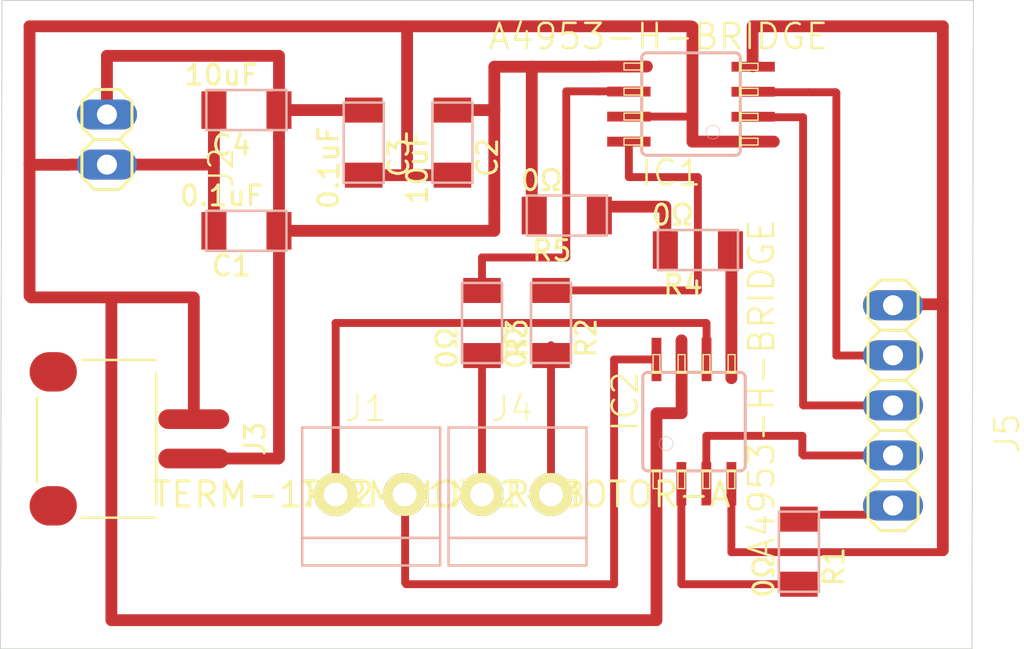
<source format=kicad_pcb>
(kicad_pcb (version 20171130) (host pcbnew "(5.1.5-0-10_14)")

  (general
    (thickness 1.6)
    (drawings 4)
    (tracks 121)
    (zones 0)
    (modules 16)
    (nets 17)
  )

  (page A4)
  (layers
    (0 F.Cu signal)
    (31 B.Cu signal)
    (32 B.Adhes user)
    (33 F.Adhes user)
    (34 B.Paste user)
    (35 F.Paste user)
    (36 B.SilkS user)
    (37 F.SilkS user)
    (38 B.Mask user)
    (39 F.Mask user)
    (40 Dwgs.User user)
    (41 Cmts.User user)
    (42 Eco1.User user)
    (43 Eco2.User user)
    (44 Edge.Cuts user)
    (45 Margin user)
    (46 B.CrtYd user)
    (47 F.CrtYd user)
    (48 B.Fab user)
    (49 F.Fab user hide)
  )

  (setup
    (last_trace_width 0.4)
    (trace_clearance 0.3)
    (zone_clearance 0.508)
    (zone_45_only no)
    (trace_min 0.2)
    (via_size 0.6)
    (via_drill 0.4)
    (via_min_size 0.4)
    (via_min_drill 0.3)
    (uvia_size 0.3)
    (uvia_drill 0.1)
    (uvias_allowed no)
    (uvia_min_size 0.2)
    (uvia_min_drill 0.1)
    (edge_width 0.05)
    (segment_width 0.2)
    (pcb_text_width 0.3)
    (pcb_text_size 1.5 1.5)
    (mod_edge_width 0.12)
    (mod_text_size 1 1)
    (mod_text_width 0.15)
    (pad_size 1.524 1.524)
    (pad_drill 0.762)
    (pad_to_mask_clearance 0.051)
    (solder_mask_min_width 0.25)
    (aux_axis_origin 0 0)
    (visible_elements FFFFFF7F)
    (pcbplotparams
      (layerselection 0x010fc_ffffffff)
      (usegerberextensions false)
      (usegerberattributes false)
      (usegerberadvancedattributes false)
      (creategerberjobfile false)
      (excludeedgelayer true)
      (linewidth 0.100000)
      (plotframeref false)
      (viasonmask false)
      (mode 1)
      (useauxorigin false)
      (hpglpennumber 1)
      (hpglpenspeed 20)
      (hpglpendiameter 15.000000)
      (psnegative false)
      (psa4output false)
      (plotreference true)
      (plotvalue true)
      (plotinvisibletext false)
      (padsonsilk false)
      (subtractmaskfromsilk false)
      (outputformat 1)
      (mirror false)
      (drillshape 1)
      (scaleselection 1)
      (outputdirectory ""))
  )

  (net 0 "")
  (net 1 3V3)
  (net 2 GND)
  (net 3 IN1A)
  (net 4 IN2A)
  (net 5 IN1B)
  (net 6 IN2B)
  (net 7 VIN)
  (net 8 OUT1A)
  (net 9 OUT2A)
  (net 10 OUT2B)
  (net 11 OUT1B)
  (net 12 "Net-(J5-Pad5)")
  (net 13 "Net-(IC1-Pad6)")
  (net 14 "Net-(IC1-Pad8)")
  (net 15 "Net-(R4-Pad2)")
  (net 16 "Net-(IC2-Pad5)")

  (net_class Default "This is the default net class."
    (clearance 0.3)
    (trace_width 0.4)
    (via_dia 0.6)
    (via_drill 0.4)
    (uvia_dia 0.3)
    (uvia_drill 0.1)
    (diff_pair_width 0.4)
    (diff_pair_gap 0.25)
    (add_net 3V3)
    (add_net GND)
    (add_net IN1A)
    (add_net IN1B)
    (add_net IN2A)
    (add_net IN2B)
    (add_net "Net-(IC1-Pad6)")
    (add_net "Net-(IC1-Pad8)")
    (add_net "Net-(IC2-Pad5)")
    (add_net "Net-(J5-Pad5)")
    (add_net "Net-(R4-Pad2)")
    (add_net OUT1A)
    (add_net OUT1B)
    (add_net OUT2A)
    (add_net OUT2B)
    (add_net VIN)
  )

  (module fab-C1206FAB (layer F.Cu) (tedit 200000) (tstamp 5F060318)
    (at 152.101 63.5 180)
    (path /5F0655F9)
    (attr smd)
    (fp_text reference C1 (at 0.762 -1.778) (layer F.SilkS)
      (effects (font (size 1.016 1.016) (thickness 0.1524)))
    )
    (fp_text value 0.1uF (at 1.27 1.778) (layer F.SilkS)
      (effects (font (size 1.016 1.016) (thickness 0.1524)))
    )
    (fp_line (start -2.032 -1.016) (end 2.032 -1.016) (layer B.SilkS) (width 0.127))
    (fp_line (start 2.032 -1.016) (end 2.032 1.016) (layer B.SilkS) (width 0.127))
    (fp_line (start 2.032 1.016) (end -2.032 1.016) (layer B.SilkS) (width 0.127))
    (fp_line (start -2.032 1.016) (end -2.032 -1.016) (layer B.SilkS) (width 0.127))
    (pad 1 smd rect (at -1.651 0 180) (size 1.27 1.905) (layers F.Cu F.Paste F.Mask)
      (net 7 VIN))
    (pad 2 smd rect (at 1.651 0 180) (size 1.27 1.905) (layers F.Cu F.Paste F.Mask)
      (net 2 GND))
    (model ${KISYS3DMOD}/Capacitor_SMD.3dshapes/C_1206_3216Metric.step
      (at (xyz 0 0 0))
      (scale (xyz 1 1 1))
      (rotate (xyz 0 0 0))
    )
  )

  (module fab-C1206FAB (layer F.Cu) (tedit 200000) (tstamp 5F060322)
    (at 162.55 59.026 270)
    (path /5F03C14B)
    (attr smd)
    (fp_text reference C2 (at 0.762 -1.778 90) (layer F.SilkS)
      (effects (font (size 1.016 1.016) (thickness 0.1524)))
    )
    (fp_text value 10uF (at 1.27 1.778 90) (layer F.SilkS)
      (effects (font (size 1.016 1.016) (thickness 0.1524)))
    )
    (fp_line (start -2.032 -1.016) (end 2.032 -1.016) (layer B.SilkS) (width 0.127))
    (fp_line (start 2.032 -1.016) (end 2.032 1.016) (layer B.SilkS) (width 0.127))
    (fp_line (start 2.032 1.016) (end -2.032 1.016) (layer B.SilkS) (width 0.127))
    (fp_line (start -2.032 1.016) (end -2.032 -1.016) (layer B.SilkS) (width 0.127))
    (pad 1 smd rect (at -1.651 0 270) (size 1.27 1.905) (layers F.Cu F.Paste F.Mask)
      (net 7 VIN))
    (pad 2 smd rect (at 1.651 0 270) (size 1.27 1.905) (layers F.Cu F.Paste F.Mask)
      (net 2 GND))
    (model ${KISYS3DMOD}/Capacitor_SMD.3dshapes/C_1206_3216Metric.step
      (at (xyz 0 0 0))
      (scale (xyz 1 1 1))
      (rotate (xyz 0 0 0))
    )
  )

  (module fab-C1206FAB (layer F.Cu) (tedit 200000) (tstamp 5F06032C)
    (at 158.05 59.026 270)
    (path /5F03B581)
    (attr smd)
    (fp_text reference C3 (at 0.762 -1.778 90) (layer F.SilkS)
      (effects (font (size 1.016 1.016) (thickness 0.1524)))
    )
    (fp_text value 0.1uF (at 1.27 1.778 90) (layer F.SilkS)
      (effects (font (size 1.016 1.016) (thickness 0.1524)))
    )
    (fp_line (start -2.032 1.016) (end -2.032 -1.016) (layer B.SilkS) (width 0.127))
    (fp_line (start 2.032 1.016) (end -2.032 1.016) (layer B.SilkS) (width 0.127))
    (fp_line (start 2.032 -1.016) (end 2.032 1.016) (layer B.SilkS) (width 0.127))
    (fp_line (start -2.032 -1.016) (end 2.032 -1.016) (layer B.SilkS) (width 0.127))
    (pad 2 smd rect (at 1.651 0 270) (size 1.27 1.905) (layers F.Cu F.Paste F.Mask)
      (net 2 GND))
    (pad 1 smd rect (at -1.651 0 270) (size 1.27 1.905) (layers F.Cu F.Paste F.Mask)
      (net 7 VIN))
    (model ${KISYS3DMOD}/Capacitor_SMD.3dshapes/C_1206_3216Metric.step
      (at (xyz 0 0 0))
      (scale (xyz 1 1 1))
      (rotate (xyz 0 0 0))
    )
  )

  (module fab-C1206FAB (layer F.Cu) (tedit 200000) (tstamp 5F060336)
    (at 152.101 57.375 180)
    (path /5F03CA06)
    (attr smd)
    (fp_text reference C4 (at 0.762 -1.778) (layer F.SilkS)
      (effects (font (size 1.016 1.016) (thickness 0.1524)))
    )
    (fp_text value 10uF (at 1.27 1.778) (layer F.SilkS)
      (effects (font (size 1.016 1.016) (thickness 0.1524)))
    )
    (fp_line (start -2.032 1.016) (end -2.032 -1.016) (layer B.SilkS) (width 0.127))
    (fp_line (start 2.032 1.016) (end -2.032 1.016) (layer B.SilkS) (width 0.127))
    (fp_line (start 2.032 -1.016) (end 2.032 1.016) (layer B.SilkS) (width 0.127))
    (fp_line (start -2.032 -1.016) (end 2.032 -1.016) (layer B.SilkS) (width 0.127))
    (pad 2 smd rect (at 1.651 0 180) (size 1.27 1.905) (layers F.Cu F.Paste F.Mask)
      (net 2 GND))
    (pad 1 smd rect (at -1.651 0 180) (size 1.27 1.905) (layers F.Cu F.Paste F.Mask)
      (net 7 VIN))
    (model ${KISYS3DMOD}/Capacitor_SMD.3dshapes/C_1206_3216Metric.step
      (at (xyz 0 0 0))
      (scale (xyz 1 1 1))
      (rotate (xyz 0 0 0))
    )
  )

  (module fab-SOIC8 (layer F.Cu) (tedit 200000) (tstamp 5F060375)
    (at 174.65214 57.07 90)
    (descr "WIDE PLASTIC GULL WING SMALL OUTLINE PACKAGE")
    (tags "WIDE PLASTIC GULL WING SMALL OUTLINE PACKAGE")
    (path /5F058977)
    (attr smd)
    (fp_text reference IC1 (at -3.4925 -1.016) (layer F.SilkS)
      (effects (font (size 1.27 1.27) (thickness 0.127)))
    )
    (fp_text value A4953-H-BRIDGE (at 3.429 -1.651) (layer F.SilkS)
      (effects (font (size 1.27 1.27) (thickness 0.127)))
    )
    (fp_line (start -2.07772 -2.49936) (end -1.72974 -2.49936) (layer F.SilkS) (width 0.06604))
    (fp_line (start -1.72974 -2.49936) (end -1.72974 -3.39852) (layer F.SilkS) (width 0.06604))
    (fp_line (start -2.07772 -3.39852) (end -1.72974 -3.39852) (layer F.SilkS) (width 0.06604))
    (fp_line (start -2.07772 -2.49936) (end -2.07772 -3.39852) (layer F.SilkS) (width 0.06604))
    (fp_line (start -0.80772 -2.49936) (end -0.45974 -2.49936) (layer F.SilkS) (width 0.06604))
    (fp_line (start -0.45974 -2.49936) (end -0.45974 -3.39852) (layer F.SilkS) (width 0.06604))
    (fp_line (start -0.80772 -3.39852) (end -0.45974 -3.39852) (layer F.SilkS) (width 0.06604))
    (fp_line (start -0.80772 -2.49936) (end -0.80772 -3.39852) (layer F.SilkS) (width 0.06604))
    (fp_line (start 0.45974 -2.49936) (end 0.80772 -2.49936) (layer F.SilkS) (width 0.06604))
    (fp_line (start 0.80772 -2.49936) (end 0.80772 -3.39852) (layer F.SilkS) (width 0.06604))
    (fp_line (start 0.45974 -3.39852) (end 0.80772 -3.39852) (layer F.SilkS) (width 0.06604))
    (fp_line (start 0.45974 -2.49936) (end 0.45974 -3.39852) (layer F.SilkS) (width 0.06604))
    (fp_line (start 1.72974 -2.49936) (end 2.07772 -2.49936) (layer F.SilkS) (width 0.06604))
    (fp_line (start 2.07772 -2.49936) (end 2.07772 -3.39852) (layer F.SilkS) (width 0.06604))
    (fp_line (start 1.72974 -3.39852) (end 2.07772 -3.39852) (layer F.SilkS) (width 0.06604))
    (fp_line (start 1.72974 -2.49936) (end 1.72974 -3.39852) (layer F.SilkS) (width 0.06604))
    (fp_line (start 1.71958 3.39852) (end 2.06756 3.39852) (layer F.SilkS) (width 0.06604))
    (fp_line (start 2.06756 3.39852) (end 2.06756 2.49936) (layer F.SilkS) (width 0.06604))
    (fp_line (start 1.71958 2.49936) (end 2.06756 2.49936) (layer F.SilkS) (width 0.06604))
    (fp_line (start 1.71958 3.39852) (end 1.71958 2.49936) (layer F.SilkS) (width 0.06604))
    (fp_line (start 0.44958 3.39852) (end 0.79756 3.39852) (layer F.SilkS) (width 0.06604))
    (fp_line (start 0.79756 3.39852) (end 0.79756 2.49936) (layer F.SilkS) (width 0.06604))
    (fp_line (start 0.44958 2.49936) (end 0.79756 2.49936) (layer F.SilkS) (width 0.06604))
    (fp_line (start 0.44958 3.39852) (end 0.44958 2.49936) (layer F.SilkS) (width 0.06604))
    (fp_line (start -0.81788 3.39852) (end -0.4699 3.39852) (layer F.SilkS) (width 0.06604))
    (fp_line (start -0.4699 3.39852) (end -0.4699 2.49936) (layer F.SilkS) (width 0.06604))
    (fp_line (start -0.81788 2.49936) (end -0.4699 2.49936) (layer F.SilkS) (width 0.06604))
    (fp_line (start -0.81788 3.39852) (end -0.81788 2.49936) (layer F.SilkS) (width 0.06604))
    (fp_line (start -2.07772 3.39852) (end -1.72974 3.39852) (layer F.SilkS) (width 0.06604))
    (fp_line (start -1.72974 3.39852) (end -1.72974 2.49936) (layer F.SilkS) (width 0.06604))
    (fp_line (start -2.07772 2.49936) (end -1.72974 2.49936) (layer F.SilkS) (width 0.06604))
    (fp_line (start -2.07772 3.39852) (end -2.07772 2.49936) (layer F.SilkS) (width 0.06604))
    (fp_line (start 2.35966 2.49936) (end -2.33934 2.49936) (layer F.SilkS) (width 0.1524))
    (fp_line (start -2.33934 -2.49936) (end 2.35966 -2.49936) (layer F.SilkS) (width 0.1524))
    (fp_line (start -2.2098 -2.49936) (end -2.33934 -2.49936) (layer B.SilkS) (width 0.1524))
    (fp_line (start -1.5875 -2.49936) (end -0.94996 -2.49936) (layer B.SilkS) (width 0.1524))
    (fp_line (start -0.3175 -2.49936) (end 0.3175 -2.49936) (layer B.SilkS) (width 0.1524))
    (fp_line (start 0.94996 -2.49936) (end 1.5875 -2.49936) (layer B.SilkS) (width 0.1524))
    (fp_line (start 2.2098 -2.49936) (end 2.35966 -2.49936) (layer B.SilkS) (width 0.1524))
    (fp_line (start 2.19964 2.49936) (end 2.32918 2.49936) (layer B.SilkS) (width 0.1524))
    (fp_line (start 1.5875 2.49936) (end 0.9398 2.49936) (layer B.SilkS) (width 0.1524))
    (fp_line (start 0.3175 2.49936) (end -0.32766 2.49936) (layer B.SilkS) (width 0.1524))
    (fp_line (start -0.94996 2.49936) (end -1.5875 2.49936) (layer B.SilkS) (width 0.1524))
    (fp_line (start -2.2098 2.49936) (end -2.33934 2.49936) (layer B.SilkS) (width 0.1524))
    (fp_line (start -2.59842 -2.2479) (end -2.59842 2.23774) (layer B.SilkS) (width 0.1524))
    (fp_line (start 2.59842 2.2479) (end 2.59842 -2.2479) (layer B.SilkS) (width 0.1524))
    (fp_circle (center -1.41986 1.11252) (end -1.66878 1.36144) (layer B.SilkS) (width 0.0254))
    (fp_arc (start -2.3495 -2.2479) (end -2.59842 -2.2479) (angle 90) (layer B.SilkS) (width 0.1524))
    (fp_arc (start 2.3495 -2.2479) (end 2.3495 -2.49936) (angle 90) (layer B.SilkS) (width 0.1524))
    (fp_arc (start 2.3495 2.2479) (end 2.59842 2.2479) (angle 90) (layer B.SilkS) (width 0.1524))
    (fp_arc (start -2.3495 2.2479) (end -2.3495 2.49936) (angle 90) (layer B.SilkS) (width 0.1524))
    (pad 1 smd rect (at -1.905 3.15214 90) (size 0.49784 2.19964) (layers F.Cu F.Paste F.Mask)
      (net 2 GND))
    (pad 2 smd rect (at -0.64262 3.15214 90) (size 0.49784 2.19964) (layers F.Cu F.Paste F.Mask)
      (net 4 IN2A))
    (pad 3 smd rect (at 0.62484 3.15214 90) (size 0.49784 2.19964) (layers F.Cu F.Paste F.Mask)
      (net 3 IN1A))
    (pad 4 smd rect (at 1.89484 3.15214 90) (size 0.49784 2.19964) (layers F.Cu F.Paste F.Mask)
      (net 1 3V3))
    (pad 5 smd rect (at 1.905 -3.15214 90) (size 0.49784 2.19964) (layers F.Cu F.Paste F.Mask)
      (net 7 VIN))
    (pad 6 smd rect (at 0.635 -3.15214 90) (size 0.49784 2.19964) (layers F.Cu F.Paste F.Mask)
      (net 13 "Net-(IC1-Pad6)"))
    (pad 7 smd rect (at -0.635 -3.15214 90) (size 0.49784 2.19964) (layers F.Cu F.Paste F.Mask)
      (net 2 GND))
    (pad 8 smd rect (at -1.905 -3.15214 90) (size 0.49784 2.19964) (layers F.Cu F.Paste F.Mask)
      (net 14 "Net-(IC1-Pad8)"))
    (model ${KISYS3DMOD}/Package_SO.3dshapes/SSO-8_13.6x6.3mm_P1.27mm_Clearance14.2mm.wrl
      (at (xyz 0 0 0))
      (scale (xyz 0.5 0.9 0.8))
      (rotate (xyz 0 0 90))
    )
  )

  (module fab-SOIC8 (layer F.Cu) (tedit 200000) (tstamp 5F0603B4)
    (at 174.805 73.17714)
    (descr "WIDE PLASTIC GULL WING SMALL OUTLINE PACKAGE")
    (tags "WIDE PLASTIC GULL WING SMALL OUTLINE PACKAGE")
    (path /5F0583B6)
    (attr smd)
    (fp_text reference IC2 (at -3.4925 -1.016 90) (layer F.SilkS)
      (effects (font (size 1.27 1.27) (thickness 0.127)))
    )
    (fp_text value A4953-H-BRIDGE (at 3.429 -1.651 90) (layer F.SilkS)
      (effects (font (size 1.27 1.27) (thickness 0.127)))
    )
    (fp_arc (start -2.3495 2.2479) (end -2.3495 2.49936) (angle 90) (layer B.SilkS) (width 0.1524))
    (fp_arc (start 2.3495 2.2479) (end 2.59842 2.2479) (angle 90) (layer B.SilkS) (width 0.1524))
    (fp_arc (start 2.3495 -2.2479) (end 2.3495 -2.49936) (angle 90) (layer B.SilkS) (width 0.1524))
    (fp_arc (start -2.3495 -2.2479) (end -2.59842 -2.2479) (angle 90) (layer B.SilkS) (width 0.1524))
    (fp_circle (center -1.41986 1.11252) (end -1.66878 1.36144) (layer B.SilkS) (width 0.0254))
    (fp_line (start 2.59842 2.2479) (end 2.59842 -2.2479) (layer B.SilkS) (width 0.1524))
    (fp_line (start -2.59842 -2.2479) (end -2.59842 2.23774) (layer B.SilkS) (width 0.1524))
    (fp_line (start -2.2098 2.49936) (end -2.33934 2.49936) (layer B.SilkS) (width 0.1524))
    (fp_line (start -0.94996 2.49936) (end -1.5875 2.49936) (layer B.SilkS) (width 0.1524))
    (fp_line (start 0.3175 2.49936) (end -0.32766 2.49936) (layer B.SilkS) (width 0.1524))
    (fp_line (start 1.5875 2.49936) (end 0.9398 2.49936) (layer B.SilkS) (width 0.1524))
    (fp_line (start 2.19964 2.49936) (end 2.32918 2.49936) (layer B.SilkS) (width 0.1524))
    (fp_line (start 2.2098 -2.49936) (end 2.35966 -2.49936) (layer B.SilkS) (width 0.1524))
    (fp_line (start 0.94996 -2.49936) (end 1.5875 -2.49936) (layer B.SilkS) (width 0.1524))
    (fp_line (start -0.3175 -2.49936) (end 0.3175 -2.49936) (layer B.SilkS) (width 0.1524))
    (fp_line (start -1.5875 -2.49936) (end -0.94996 -2.49936) (layer B.SilkS) (width 0.1524))
    (fp_line (start -2.2098 -2.49936) (end -2.33934 -2.49936) (layer B.SilkS) (width 0.1524))
    (fp_line (start -2.33934 -2.49936) (end 2.35966 -2.49936) (layer F.SilkS) (width 0.1524))
    (fp_line (start 2.35966 2.49936) (end -2.33934 2.49936) (layer F.SilkS) (width 0.1524))
    (fp_line (start -2.07772 3.39852) (end -2.07772 2.49936) (layer F.SilkS) (width 0.06604))
    (fp_line (start -2.07772 2.49936) (end -1.72974 2.49936) (layer F.SilkS) (width 0.06604))
    (fp_line (start -1.72974 3.39852) (end -1.72974 2.49936) (layer F.SilkS) (width 0.06604))
    (fp_line (start -2.07772 3.39852) (end -1.72974 3.39852) (layer F.SilkS) (width 0.06604))
    (fp_line (start -0.81788 3.39852) (end -0.81788 2.49936) (layer F.SilkS) (width 0.06604))
    (fp_line (start -0.81788 2.49936) (end -0.4699 2.49936) (layer F.SilkS) (width 0.06604))
    (fp_line (start -0.4699 3.39852) (end -0.4699 2.49936) (layer F.SilkS) (width 0.06604))
    (fp_line (start -0.81788 3.39852) (end -0.4699 3.39852) (layer F.SilkS) (width 0.06604))
    (fp_line (start 0.44958 3.39852) (end 0.44958 2.49936) (layer F.SilkS) (width 0.06604))
    (fp_line (start 0.44958 2.49936) (end 0.79756 2.49936) (layer F.SilkS) (width 0.06604))
    (fp_line (start 0.79756 3.39852) (end 0.79756 2.49936) (layer F.SilkS) (width 0.06604))
    (fp_line (start 0.44958 3.39852) (end 0.79756 3.39852) (layer F.SilkS) (width 0.06604))
    (fp_line (start 1.71958 3.39852) (end 1.71958 2.49936) (layer F.SilkS) (width 0.06604))
    (fp_line (start 1.71958 2.49936) (end 2.06756 2.49936) (layer F.SilkS) (width 0.06604))
    (fp_line (start 2.06756 3.39852) (end 2.06756 2.49936) (layer F.SilkS) (width 0.06604))
    (fp_line (start 1.71958 3.39852) (end 2.06756 3.39852) (layer F.SilkS) (width 0.06604))
    (fp_line (start 1.72974 -2.49936) (end 1.72974 -3.39852) (layer F.SilkS) (width 0.06604))
    (fp_line (start 1.72974 -3.39852) (end 2.07772 -3.39852) (layer F.SilkS) (width 0.06604))
    (fp_line (start 2.07772 -2.49936) (end 2.07772 -3.39852) (layer F.SilkS) (width 0.06604))
    (fp_line (start 1.72974 -2.49936) (end 2.07772 -2.49936) (layer F.SilkS) (width 0.06604))
    (fp_line (start 0.45974 -2.49936) (end 0.45974 -3.39852) (layer F.SilkS) (width 0.06604))
    (fp_line (start 0.45974 -3.39852) (end 0.80772 -3.39852) (layer F.SilkS) (width 0.06604))
    (fp_line (start 0.80772 -2.49936) (end 0.80772 -3.39852) (layer F.SilkS) (width 0.06604))
    (fp_line (start 0.45974 -2.49936) (end 0.80772 -2.49936) (layer F.SilkS) (width 0.06604))
    (fp_line (start -0.80772 -2.49936) (end -0.80772 -3.39852) (layer F.SilkS) (width 0.06604))
    (fp_line (start -0.80772 -3.39852) (end -0.45974 -3.39852) (layer F.SilkS) (width 0.06604))
    (fp_line (start -0.45974 -2.49936) (end -0.45974 -3.39852) (layer F.SilkS) (width 0.06604))
    (fp_line (start -0.80772 -2.49936) (end -0.45974 -2.49936) (layer F.SilkS) (width 0.06604))
    (fp_line (start -2.07772 -2.49936) (end -2.07772 -3.39852) (layer F.SilkS) (width 0.06604))
    (fp_line (start -2.07772 -3.39852) (end -1.72974 -3.39852) (layer F.SilkS) (width 0.06604))
    (fp_line (start -1.72974 -2.49936) (end -1.72974 -3.39852) (layer F.SilkS) (width 0.06604))
    (fp_line (start -2.07772 -2.49936) (end -1.72974 -2.49936) (layer F.SilkS) (width 0.06604))
    (pad 8 smd rect (at -1.905 -3.15214) (size 0.49784 2.19964) (layers F.Cu F.Paste F.Mask)
      (net 10 OUT2B))
    (pad 7 smd rect (at -0.635 -3.15214) (size 0.49784 2.19964) (layers F.Cu F.Paste F.Mask)
      (net 2 GND))
    (pad 6 smd rect (at 0.635 -3.15214) (size 0.49784 2.19964) (layers F.Cu F.Paste F.Mask)
      (net 11 OUT1B))
    (pad 5 smd rect (at 1.905 -3.15214) (size 0.49784 2.19964) (layers F.Cu F.Paste F.Mask)
      (net 16 "Net-(IC2-Pad5)"))
    (pad 4 smd rect (at 1.89484 3.15214) (size 0.49784 2.19964) (layers F.Cu F.Paste F.Mask)
      (net 1 3V3))
    (pad 3 smd rect (at 0.62484 3.15214) (size 0.49784 2.19964) (layers F.Cu F.Paste F.Mask)
      (net 5 IN1B))
    (pad 2 smd rect (at -0.64262 3.15214) (size 0.49784 2.19964) (layers F.Cu F.Paste F.Mask)
      (net 6 IN2B))
    (pad 1 smd rect (at -1.905 3.15214) (size 0.49784 2.19964) (layers F.Cu F.Paste F.Mask)
      (net 2 GND))
    (model ${KISYS3DMOD}/Package_SO.3dshapes/SSO-8_13.6x6.3mm_P1.27mm_Clearance14.2mm.wrl
      (at (xyz 0 0 0))
      (scale (xyz 0.5 0.9 0.8))
      (rotate (xyz 0 0 90))
    )
  )

  (module fab-ED555DS-2DS (layer F.Cu) (tedit 200000) (tstamp 5F0603C1)
    (at 158.32668 76.875)
    (path /5F04B966)
    (attr virtual)
    (fp_text reference J1 (at -0.17272 -4.36372 180) (layer F.SilkS)
      (effects (font (size 1.27 1.27) (thickness 0.1016)))
    )
    (fp_text value TERM-1X02-MOTOR-B (at 0 0) (layer F.SilkS)
      (effects (font (size 1.27 1.27) (thickness 0.15)))
    )
    (fp_line (start -3.39852 -3.39852) (end -3.39852 2.19964) (layer B.SilkS) (width 0.127))
    (fp_line (start -3.39852 2.19964) (end -3.39852 3.59918) (layer B.SilkS) (width 0.127))
    (fp_line (start -3.39852 3.59918) (end 3.59918 3.59918) (layer B.SilkS) (width 0.127))
    (fp_line (start 3.59918 3.59918) (end 3.59918 2.19964) (layer B.SilkS) (width 0.127))
    (fp_line (start 3.59918 2.19964) (end 3.59918 -3.39852) (layer B.SilkS) (width 0.127))
    (fp_line (start 3.59918 -3.39852) (end -3.39852 -3.39852) (layer B.SilkS) (width 0.127))
    (fp_line (start -3.39852 2.19964) (end 3.59918 2.19964) (layer B.SilkS) (width 0.127))
    (pad 1 thru_hole circle (at 1.79832 0) (size 2.18186 2.18186) (drill 1.19888) (layers F&B.Cu F.Paste F.SilkS F.Mask)
      (net 10 OUT2B))
    (pad 2 thru_hole circle (at -1.69926 0) (size 2.18186 2.18186) (drill 1.19888) (layers F&B.Cu F.Paste F.SilkS F.Mask)
      (net 11 OUT1B))
    (model ${KISYS3DMOD}/TerminalBlock_Altech.3dshapes/Altech_AK300_1x02_P5.00mm_45-Degree.wrl
      (offset (xyz 1.2 0 -0.8))
      (scale (xyz 0.6 0.6 0.4))
      (rotate (xyz 180 0 180))
    )
  )

  (module fab-1X02 (layer F.Cu) (tedit 5E6F637F) (tstamp 5F0603D8)
    (at 145.025 58.87 270)
    (descr "PIN HEADER")
    (path /5F055422)
    (fp_text reference J2 (at 2.54 -5.08 270) (layer F.SilkS)
      (effects (font (size 1.2065 1.2065) (thickness 0.12065)) (justify left top))
    )
    (fp_text value POWER-TO-ESP32 (at -2.54 3.175 270) (layer F.Fab)
      (effects (font (size 1.2065 1.2065) (thickness 0.09652)) (justify left top))
    )
    (fp_line (start -1.905 -1.27) (end -0.635 -1.27) (layer F.SilkS) (width 0.1524))
    (fp_line (start -0.635 -1.27) (end 0 -0.635) (layer F.SilkS) (width 0.1524))
    (fp_line (start 0 -0.635) (end 0 0.635) (layer F.SilkS) (width 0.1524))
    (fp_line (start 0 0.635) (end -0.635 1.27) (layer F.SilkS) (width 0.1524))
    (fp_line (start 0 -0.635) (end 0.635 -1.27) (layer F.SilkS) (width 0.1524))
    (fp_line (start 0.635 -1.27) (end 1.905 -1.27) (layer F.SilkS) (width 0.1524))
    (fp_line (start 1.905 -1.27) (end 2.54 -0.635) (layer F.SilkS) (width 0.1524))
    (fp_line (start 2.54 -0.635) (end 2.54 0.635) (layer F.SilkS) (width 0.1524))
    (fp_line (start 2.54 0.635) (end 1.905 1.27) (layer F.SilkS) (width 0.1524))
    (fp_line (start 1.905 1.27) (end 0.635 1.27) (layer F.SilkS) (width 0.1524))
    (fp_line (start 0.635 1.27) (end 0 0.635) (layer F.SilkS) (width 0.1524))
    (fp_line (start -2.54 -0.635) (end -2.54 0.635) (layer F.SilkS) (width 0.1524))
    (fp_line (start -1.905 -1.27) (end -2.54 -0.635) (layer F.SilkS) (width 0.1524))
    (fp_line (start -2.54 0.635) (end -1.905 1.27) (layer F.SilkS) (width 0.1524))
    (fp_line (start -0.635 1.27) (end -1.905 1.27) (layer F.SilkS) (width 0.1524))
    (fp_poly (pts (xy 1.016 0.254) (xy 1.524 0.254) (xy 1.524 -0.254) (xy 1.016 -0.254)) (layer F.Fab) (width 0))
    (fp_poly (pts (xy -1.524 0.254) (xy -1.016 0.254) (xy -1.016 -0.254) (xy -1.524 -0.254)) (layer F.Fab) (width 0))
    (pad 1 thru_hole oval (at -1.27 0) (size 3.048 1.524) (drill 1.016) (layers *.Cu *.Mask)
      (net 7 VIN) (solder_mask_margin 0.1016))
    (pad 2 thru_hole oval (at 1.27 0) (size 3.048 1.524) (drill 1.016) (layers *.Cu *.Mask)
      (net 2 GND) (solder_mask_margin 0.1016))
    (model ${KISYS3DMOD}/Connector_PinHeader_2.54mm.3dshapes/PinHeader_1x02_P2.54mm_Vertical_SMD_Pin1Left.wrl
      (offset (xyz 0 0 -0.76))
      (scale (xyz 1 1 1))
      (rotate (xyz 0 0 90))
    )
  )

  (module OPL_Connector:HW2-SMD-2.0-90D (layer F.Cu) (tedit 5C0CB8B4) (tstamp 5F0603F1)
    (at 144.47932 74.05148 270)
    (path /5F056C77)
    (attr smd)
    (fp_text reference J3 (at 0 -8.0645 90) (layer F.SilkS)
      (effects (font (size 1 1) (thickness 0.15)))
    )
    (fp_text value POWER-FROM-BATTERY (at 0 5 90) (layer F.Fab)
      (effects (font (size 1 1) (thickness 0.15)))
    )
    (fp_line (start 3.25 -3) (end -3.25 -3) (layer F.Fab) (width 0.127))
    (fp_line (start -2.09804 2.99974) (end 2.19964 2.99974) (layer F.SilkS) (width 0.127))
    (fp_line (start -4 -3) (end -4 0.6985) (layer F.SilkS) (width 0.127))
    (fp_line (start 4 -3) (end 4 0.79756) (layer F.SilkS) (width 0.127))
    (fp_line (start -3.302 -3.048) (end 3.302 -3.048) (layer F.SilkS) (width 0.127))
    (fp_line (start -4 3) (end -4 -4.6) (layer F.Fab) (width 0.127))
    (fp_line (start 4 3) (end -4 3) (layer F.Fab) (width 0.127))
    (fp_line (start 4 -4.6) (end 4 3) (layer F.Fab) (width 0.127))
    (fp_line (start 4.65 3.625) (end -4.65 3.625) (layer Dwgs.User) (width 0.05))
    (fp_line (start -4.65 3.625) (end -4.65 -7) (layer Dwgs.User) (width 0.05))
    (fp_line (start -4.65 -7) (end 4.65 -7) (layer Dwgs.User) (width 0.05))
    (fp_line (start 4.65 3.625) (end 4.65 -7) (layer Dwgs.User) (width 0.05))
    (fp_text user %R (at 0 -8.075 90) (layer F.Fab)
      (effects (font (size 1 1) (thickness 0.15)))
    )
    (fp_line (start 4 -4.6) (end 3.25 -4.6) (layer F.Fab) (width 0.127))
    (fp_line (start 3.25 -4.6) (end 3.25 -3) (layer F.Fab) (width 0.127))
    (fp_line (start -3.25 -4.6) (end -3.25 -3) (layer F.Fab) (width 0.127))
    (fp_line (start -3.25 -4.6) (end -4 -4.6) (layer F.Fab) (width 0.127))
    (pad 3 smd oval (at -3.39852 2.17932) (size 2.39776 1.99898) (layers F.Cu F.Paste F.Mask))
    (pad 4 smd oval (at 3.39852 2.17932) (size 2.39776 1.99898) (layers F.Cu F.Paste F.Mask))
    (pad 2 smd oval (at 0.99822 -4.953) (size 3.59918 0.99822) (layers F.Cu F.Paste F.Mask)
      (net 7 VIN))
    (pad 1 smd oval (at -0.99822 -4.953) (size 3.59918 0.99822) (layers F.Cu F.Paste F.Mask)
      (net 2 GND))
    (model ${KISYS3DMOD}/Connector_JST.3dshapes/JST_PH_B2B-PH-K_1x02_P2.00mm_Vertical.step
      (offset (xyz 1.2 0 2))
      (scale (xyz 1.2 1.2 1.2))
      (rotate (xyz 90 0 180))
    )
  )

  (module fab-ED555DS-2DS (layer F.Cu) (tedit 200000) (tstamp 5F0603FE)
    (at 165.75168 76.875)
    (path /5F048325)
    (attr virtual)
    (fp_text reference J4 (at -0.17272 -4.36372 180) (layer F.SilkS)
      (effects (font (size 1.27 1.27) (thickness 0.1016)))
    )
    (fp_text value TERM-1X02-MOTOR-A (at 0 0) (layer F.SilkS)
      (effects (font (size 1.27 1.27) (thickness 0.15)))
    )
    (fp_line (start -3.39852 2.19964) (end 3.59918 2.19964) (layer B.SilkS) (width 0.127))
    (fp_line (start 3.59918 -3.39852) (end -3.39852 -3.39852) (layer B.SilkS) (width 0.127))
    (fp_line (start 3.59918 2.19964) (end 3.59918 -3.39852) (layer B.SilkS) (width 0.127))
    (fp_line (start 3.59918 3.59918) (end 3.59918 2.19964) (layer B.SilkS) (width 0.127))
    (fp_line (start -3.39852 3.59918) (end 3.59918 3.59918) (layer B.SilkS) (width 0.127))
    (fp_line (start -3.39852 2.19964) (end -3.39852 3.59918) (layer B.SilkS) (width 0.127))
    (fp_line (start -3.39852 -3.39852) (end -3.39852 2.19964) (layer B.SilkS) (width 0.127))
    (pad 2 thru_hole circle (at -1.69926 0) (size 2.18186 2.18186) (drill 1.19888) (layers F&B.Cu F.Paste F.SilkS F.Mask)
      (net 8 OUT1A))
    (pad 1 thru_hole circle (at 1.79832 0) (size 2.18186 2.18186) (drill 1.19888) (layers F&B.Cu F.Paste F.SilkS F.Mask)
      (net 9 OUT2A))
    (model ${KISYS3DMOD}/TerminalBlock_Altech.3dshapes/Altech_AK300_1x02_P5.00mm_45-Degree.wrl
      (offset (xyz 1.4 0 -0.8))
      (scale (xyz 0.6 0.6 0.4))
      (rotate (xyz 180 0 180))
    )
  )

  (module fab-1X05 (layer F.Cu) (tedit 5E6F6391) (tstamp 5F060430)
    (at 184.9 72.355 270)
    (descr "PIN HEADER")
    (path /5F065AEA)
    (fp_text reference J5 (at 2.54 -5.08 270) (layer F.SilkS)
      (effects (font (size 1.2065 1.2065) (thickness 0.12065)) (justify left top))
    )
    (fp_text value MAIN-ESP32-HEADER (at -6.35 3.175 270) (layer F.Fab)
      (effects (font (size 1.2065 1.2065) (thickness 0.09652)) (justify left top))
    )
    (fp_line (start 1.905 -1.27) (end 3.175 -1.27) (layer F.SilkS) (width 0.1524))
    (fp_line (start 3.175 -1.27) (end 3.81 -0.635) (layer F.SilkS) (width 0.1524))
    (fp_line (start 3.81 -0.635) (end 3.81 0.635) (layer F.SilkS) (width 0.1524))
    (fp_line (start 3.81 0.635) (end 3.175 1.27) (layer F.SilkS) (width 0.1524))
    (fp_line (start 3.81 -0.635) (end 4.445 -1.27) (layer F.SilkS) (width 0.1524))
    (fp_line (start 4.445 -1.27) (end 5.715 -1.27) (layer F.SilkS) (width 0.1524))
    (fp_line (start 5.715 -1.27) (end 6.35 -0.635) (layer F.SilkS) (width 0.1524))
    (fp_line (start 6.35 -0.635) (end 6.35 0.635) (layer F.SilkS) (width 0.1524))
    (fp_line (start 6.35 0.635) (end 5.715 1.27) (layer F.SilkS) (width 0.1524))
    (fp_line (start 5.715 1.27) (end 4.445 1.27) (layer F.SilkS) (width 0.1524))
    (fp_line (start 4.445 1.27) (end 3.81 0.635) (layer F.SilkS) (width 0.1524))
    (fp_line (start -1.27 -0.635) (end -0.635 -1.27) (layer F.SilkS) (width 0.1524))
    (fp_line (start -0.635 -1.27) (end 0.635 -1.27) (layer F.SilkS) (width 0.1524))
    (fp_line (start 0.635 -1.27) (end 1.27 -0.635) (layer F.SilkS) (width 0.1524))
    (fp_line (start 1.27 -0.635) (end 1.27 0.635) (layer F.SilkS) (width 0.1524))
    (fp_line (start 1.27 0.635) (end 0.635 1.27) (layer F.SilkS) (width 0.1524))
    (fp_line (start 0.635 1.27) (end -0.635 1.27) (layer F.SilkS) (width 0.1524))
    (fp_line (start -0.635 1.27) (end -1.27 0.635) (layer F.SilkS) (width 0.1524))
    (fp_line (start 1.905 -1.27) (end 1.27 -0.635) (layer F.SilkS) (width 0.1524))
    (fp_line (start 1.27 0.635) (end 1.905 1.27) (layer F.SilkS) (width 0.1524))
    (fp_line (start 3.175 1.27) (end 1.905 1.27) (layer F.SilkS) (width 0.1524))
    (fp_line (start -5.715 -1.27) (end -4.445 -1.27) (layer F.SilkS) (width 0.1524))
    (fp_line (start -4.445 -1.27) (end -3.81 -0.635) (layer F.SilkS) (width 0.1524))
    (fp_line (start -3.81 -0.635) (end -3.81 0.635) (layer F.SilkS) (width 0.1524))
    (fp_line (start -3.81 0.635) (end -4.445 1.27) (layer F.SilkS) (width 0.1524))
    (fp_line (start -3.81 -0.635) (end -3.175 -1.27) (layer F.SilkS) (width 0.1524))
    (fp_line (start -3.175 -1.27) (end -1.905 -1.27) (layer F.SilkS) (width 0.1524))
    (fp_line (start -1.905 -1.27) (end -1.27 -0.635) (layer F.SilkS) (width 0.1524))
    (fp_line (start -1.27 -0.635) (end -1.27 0.635) (layer F.SilkS) (width 0.1524))
    (fp_line (start -1.27 0.635) (end -1.905 1.27) (layer F.SilkS) (width 0.1524))
    (fp_line (start -1.905 1.27) (end -3.175 1.27) (layer F.SilkS) (width 0.1524))
    (fp_line (start -3.175 1.27) (end -3.81 0.635) (layer F.SilkS) (width 0.1524))
    (fp_line (start -6.35 -0.635) (end -6.35 0.635) (layer F.SilkS) (width 0.1524))
    (fp_line (start -5.715 -1.27) (end -6.35 -0.635) (layer F.SilkS) (width 0.1524))
    (fp_line (start -6.35 0.635) (end -5.715 1.27) (layer F.SilkS) (width 0.1524))
    (fp_line (start -4.445 1.27) (end -5.715 1.27) (layer F.SilkS) (width 0.1524))
    (fp_poly (pts (xy 4.826 0.254) (xy 5.334 0.254) (xy 5.334 -0.254) (xy 4.826 -0.254)) (layer F.Fab) (width 0))
    (fp_poly (pts (xy 2.286 0.254) (xy 2.794 0.254) (xy 2.794 -0.254) (xy 2.286 -0.254)) (layer F.Fab) (width 0))
    (fp_poly (pts (xy -0.254 0.254) (xy 0.254 0.254) (xy 0.254 -0.254) (xy -0.254 -0.254)) (layer F.Fab) (width 0))
    (fp_poly (pts (xy -2.794 0.254) (xy -2.286 0.254) (xy -2.286 -0.254) (xy -2.794 -0.254)) (layer F.Fab) (width 0))
    (fp_poly (pts (xy -5.334 0.254) (xy -4.826 0.254) (xy -4.826 -0.254) (xy -5.334 -0.254)) (layer F.Fab) (width 0))
    (pad 1 thru_hole oval (at -5.08 0) (size 3.048 1.524) (drill 1.016) (layers *.Cu *.Mask)
      (net 1 3V3) (solder_mask_margin 0.1016))
    (pad 2 thru_hole oval (at -2.54 0) (size 3.048 1.524) (drill 1.016) (layers *.Cu *.Mask)
      (net 3 IN1A) (solder_mask_margin 0.1016))
    (pad 3 thru_hole oval (at 0 0) (size 3.048 1.524) (drill 1.016) (layers *.Cu *.Mask)
      (net 4 IN2A) (solder_mask_margin 0.1016))
    (pad 4 thru_hole oval (at 2.54 0) (size 3.048 1.524) (drill 1.016) (layers *.Cu *.Mask)
      (net 5 IN1B) (solder_mask_margin 0.1016))
    (pad 5 thru_hole oval (at 5.08 0) (size 3.048 1.524) (drill 1.016) (layers *.Cu *.Mask)
      (net 12 "Net-(J5-Pad5)") (solder_mask_margin 0.1016))
    (model ${KISYS3DMOD}/Connector_PinHeader_2.54mm.3dshapes/PinHeader_1x05_P2.54mm_Vertical_SMD_Pin1Left.wrl
      (offset (xyz 0 0 -0.76))
      (scale (xyz 1 1 1))
      (rotate (xyz 0 0 90))
    )
  )

  (module fab-R1206FAB (layer F.Cu) (tedit 200000) (tstamp 5F0684A7)
    (at 180.125 79.775 270)
    (path /5F06DA93)
    (attr smd)
    (fp_text reference R1 (at 0.762 -1.778 90) (layer F.SilkS)
      (effects (font (size 1.016 1.016) (thickness 0.1524)))
    )
    (fp_text value 0Ω (at 1.27 1.778 90) (layer F.SilkS)
      (effects (font (size 1.016 1.016) (thickness 0.1524)))
    )
    (fp_line (start -2.032 -1.016) (end 2.032 -1.016) (layer B.SilkS) (width 0.127))
    (fp_line (start 2.032 -1.016) (end 2.032 1.016) (layer B.SilkS) (width 0.127))
    (fp_line (start 2.032 1.016) (end -2.032 1.016) (layer B.SilkS) (width 0.127))
    (fp_line (start -2.032 1.016) (end -2.032 -1.016) (layer B.SilkS) (width 0.127))
    (pad 1 smd rect (at -1.651 0 270) (size 1.27 1.905) (layers F.Cu F.Paste F.Mask)
      (net 12 "Net-(J5-Pad5)"))
    (pad 2 smd rect (at 1.651 0 270) (size 1.27 1.905) (layers F.Cu F.Paste F.Mask)
      (net 6 IN2B))
    (model ${KISYS3DMOD}/Resistor_SMD.3dshapes/R_1206_3216Metric.step
      (at (xyz 0 0 0))
      (scale (xyz 1 1 1))
      (rotate (xyz 0 0 0))
    )
  )

  (module fab-R1206FAB (layer F.Cu) (tedit 200000) (tstamp 5F069155)
    (at 167.55 68.174 270)
    (path /5F099A26)
    (attr smd)
    (fp_text reference R2 (at 0.762 -1.778 90) (layer F.SilkS)
      (effects (font (size 1.016 1.016) (thickness 0.1524)))
    )
    (fp_text value 0Ω (at 1.27 1.778 90) (layer F.SilkS)
      (effects (font (size 1.016 1.016) (thickness 0.1524)))
    )
    (fp_line (start -2.032 -1.016) (end 2.032 -1.016) (layer B.SilkS) (width 0.127))
    (fp_line (start 2.032 -1.016) (end 2.032 1.016) (layer B.SilkS) (width 0.127))
    (fp_line (start 2.032 1.016) (end -2.032 1.016) (layer B.SilkS) (width 0.127))
    (fp_line (start -2.032 1.016) (end -2.032 -1.016) (layer B.SilkS) (width 0.127))
    (pad 1 smd rect (at -1.651 0 270) (size 1.27 1.905) (layers F.Cu F.Paste F.Mask)
      (net 14 "Net-(IC1-Pad8)"))
    (pad 2 smd rect (at 1.651 0 270) (size 1.27 1.905) (layers F.Cu F.Paste F.Mask)
      (net 9 OUT2A))
    (model ${KISYS3DMOD}/Resistor_SMD.3dshapes/R_1206_3216Metric.step
      (at (xyz 0 0 0))
      (scale (xyz 1 1 1))
      (rotate (xyz 0 0 0))
    )
  )

  (module fab-R1206FAB (layer F.Cu) (tedit 200000) (tstamp 5F06915F)
    (at 164.05 68.176 270)
    (path /5F09D602)
    (attr smd)
    (fp_text reference R3 (at 0.762 -1.778 90) (layer F.SilkS)
      (effects (font (size 1.016 1.016) (thickness 0.1524)))
    )
    (fp_text value 0Ω (at 1.27 1.778 90) (layer F.SilkS)
      (effects (font (size 1.016 1.016) (thickness 0.1524)))
    )
    (fp_line (start -2.032 1.016) (end -2.032 -1.016) (layer B.SilkS) (width 0.127))
    (fp_line (start 2.032 1.016) (end -2.032 1.016) (layer B.SilkS) (width 0.127))
    (fp_line (start 2.032 -1.016) (end 2.032 1.016) (layer B.SilkS) (width 0.127))
    (fp_line (start -2.032 -1.016) (end 2.032 -1.016) (layer B.SilkS) (width 0.127))
    (pad 2 smd rect (at 1.651 0 270) (size 1.27 1.905) (layers F.Cu F.Paste F.Mask)
      (net 8 OUT1A))
    (pad 1 smd rect (at -1.651 0 270) (size 1.27 1.905) (layers F.Cu F.Paste F.Mask)
      (net 13 "Net-(IC1-Pad6)"))
    (model ${KISYS3DMOD}/Resistor_SMD.3dshapes/R_1206_3216Metric.step
      (at (xyz 0 0 0))
      (scale (xyz 1 1 1))
      (rotate (xyz 0 0 0))
    )
  )

  (module fab-R1206FAB (layer F.Cu) (tedit 200000) (tstamp 5F0697B5)
    (at 175.001 64.475 180)
    (path /5F0B71C8)
    (attr smd)
    (fp_text reference R4 (at 0.762 -1.778) (layer F.SilkS)
      (effects (font (size 1.016 1.016) (thickness 0.1524)))
    )
    (fp_text value 0Ω (at 1.27 1.778) (layer F.SilkS)
      (effects (font (size 1.016 1.016) (thickness 0.1524)))
    )
    (fp_line (start -2.032 -1.016) (end 2.032 -1.016) (layer B.SilkS) (width 0.127))
    (fp_line (start 2.032 -1.016) (end 2.032 1.016) (layer B.SilkS) (width 0.127))
    (fp_line (start 2.032 1.016) (end -2.032 1.016) (layer B.SilkS) (width 0.127))
    (fp_line (start -2.032 1.016) (end -2.032 -1.016) (layer B.SilkS) (width 0.127))
    (pad 1 smd rect (at -1.651 0 180) (size 1.27 1.905) (layers F.Cu F.Paste F.Mask)
      (net 16 "Net-(IC2-Pad5)"))
    (pad 2 smd rect (at 1.651 0 180) (size 1.27 1.905) (layers F.Cu F.Paste F.Mask)
      (net 15 "Net-(R4-Pad2)"))
    (model ${KISYS3DMOD}/Resistor_SMD.3dshapes/R_1206_3216Metric.step
      (at (xyz 0 0 0))
      (scale (xyz 1 1 1))
      (rotate (xyz 0 0 0))
    )
  )

  (module fab-R1206FAB (layer F.Cu) (tedit 200000) (tstamp 5F069B60)
    (at 168.351 62.725 180)
    (path /5F099592)
    (attr smd)
    (fp_text reference R5 (at 0.762 -1.778) (layer F.SilkS)
      (effects (font (size 1.016 1.016) (thickness 0.1524)))
    )
    (fp_text value 0Ω (at 1.27 1.778) (layer F.SilkS)
      (effects (font (size 1.016 1.016) (thickness 0.1524)))
    )
    (fp_line (start -2.032 -1.016) (end 2.032 -1.016) (layer B.SilkS) (width 0.127))
    (fp_line (start 2.032 -1.016) (end 2.032 1.016) (layer B.SilkS) (width 0.127))
    (fp_line (start 2.032 1.016) (end -2.032 1.016) (layer B.SilkS) (width 0.127))
    (fp_line (start -2.032 1.016) (end -2.032 -1.016) (layer B.SilkS) (width 0.127))
    (pad 1 smd rect (at -1.651 0 180) (size 1.27 1.905) (layers F.Cu F.Paste F.Mask)
      (net 15 "Net-(R4-Pad2)"))
    (pad 2 smd rect (at 1.651 0 180) (size 1.27 1.905) (layers F.Cu F.Paste F.Mask)
      (net 7 VIN))
    (model ${KISYS3DMOD}/Resistor_SMD.3dshapes/R_1206_3216Metric.step
      (at (xyz 0 0 0))
      (scale (xyz 1 1 1))
      (rotate (xyz 0 0 0))
    )
  )

  (gr_line (start 188.976 51.816) (end 188.901 84.7) (layer Edge.Cuts) (width 0.05) (tstamp 5F065A91))
  (gr_line (start 139.7 51.816) (end 139.625 84.7) (layer Edge.Cuts) (width 0.05) (tstamp 5F065A90))
  (gr_line (start 139.7 51.816) (end 188.976 51.816) (layer Edge.Cuts) (width 0.05) (tstamp 5EA8CDAA))
  (gr_line (start 139.625 84.7) (end 188.901 84.7) (layer Edge.Cuts) (width 0.05) (tstamp 5EA8CD93))

  (segment (start 176.69984 79.79984) (end 176.69984 76.32928) (width 0.4) (layer F.Cu) (net 1) (status 20))
  (segment (start 176.7 79.8) (end 176.69984 79.79984) (width 0.4) (layer F.Cu) (net 1))
  (segment (start 187.45 79.8) (end 176.7 79.8) (width 0.4) (layer F.Cu) (net 1))
  (segment (start 187.425 67.175) (end 187.425 79.7) (width 0.6) (layer F.Cu) (net 1))
  (segment (start 184.875 67.225) (end 187.425 67.225) (width 0.6) (layer F.Cu) (net 1) (status 10))
  (segment (start 177.80428 53.12072) (end 177.80856 53.125) (width 0.4) (layer F.Cu) (net 1))
  (segment (start 177.78356 53.125) (end 187.425 53.125) (width 0.6) (layer F.Cu) (net 1))
  (segment (start 187.45 67.125) (end 187.425 67.15) (width 0.4) (layer F.Cu) (net 1))
  (segment (start 187.425 53.125) (end 187.425 67.125) (width 0.6) (layer F.Cu) (net 1))
  (segment (start 177.775 53.125) (end 177.775 55.15444) (width 0.6) (layer F.Cu) (net 1) (status 20))
  (segment (start 177.78356 53.125) (end 177.80428 53.14572) (width 0.4) (layer F.Cu) (net 1))
  (segment (start 150.44 60.14) (end 150.45 60.15) (width 0.4) (layer F.Cu) (net 2))
  (segment (start 145.025 60.14) (end 150.44 60.14) (width 0.6) (layer F.Cu) (net 2) (status 10))
  (segment (start 150.45 60.15) (end 150.45 57.375) (width 0.6) (layer F.Cu) (net 2) (status 20))
  (segment (start 150.45 63.5) (end 150.45 60.15) (width 0.6) (layer F.Cu) (net 2) (status 10))
  (segment (start 143.101 60.14) (end 143.091 60.15) (width 0.4) (layer F.Cu) (net 2))
  (segment (start 145.025 60.14) (end 143.101 60.14) (width 0.6) (layer F.Cu) (net 2) (status 10))
  (segment (start 143.091 60.15) (end 141.1 60.15) (width 0.6) (layer F.Cu) (net 2))
  (segment (start 141.1 60.15) (end 141.1 53.125) (width 0.6) (layer F.Cu) (net 2))
  (segment (start 141.1 66.8) (end 141.1 60.15) (width 0.6) (layer F.Cu) (net 2))
  (segment (start 141.175 66.875) (end 141.1 66.8) (width 0.4) (layer F.Cu) (net 2))
  (segment (start 149.43232 66.89268) (end 149.41464 66.875) (width 0.4) (layer F.Cu) (net 2))
  (segment (start 149.43232 73.05326) (end 149.43232 66.89268) (width 0.6) (layer F.Cu) (net 2) (status 10))
  (segment (start 174.175 70.025) (end 174.175 71.52482) (width 0.6) (layer F.Cu) (net 2) (status 10))
  (segment (start 174.175 71.52982) (end 174.175 72.75) (width 0.6) (layer F.Cu) (net 2))
  (segment (start 174.175 72.75) (end 172.925 72.75) (width 0.6) (layer F.Cu) (net 2))
  (segment (start 172.9 72.775) (end 172.9 76.32928) (width 0.6) (layer F.Cu) (net 2) (status 20))
  (segment (start 172.925 72.75) (end 172.9 72.775) (width 0.4) (layer F.Cu) (net 2))
  (segment (start 160.25 60.675) (end 160.25 53.175) (width 0.6) (layer F.Cu) (net 2))
  (segment (start 162.55 60.677) (end 160.427 60.677) (width 0.6) (layer F.Cu) (net 2) (status 10))
  (segment (start 160.427 60.677) (end 158.05 60.677) (width 0.6) (layer F.Cu) (net 2) (status 20))
  (segment (start 160.2 53.125) (end 160.25 53.175) (width 0.4) (layer F.Cu) (net 2))
  (segment (start 141.1 53.125) (end 160.2 53.125) (width 0.6) (layer F.Cu) (net 2))
  (segment (start 171.5 57.705) (end 174.645 57.705) (width 0.4) (layer F.Cu) (net 2) (status 10))
  (segment (start 174.645 57.705) (end 174.65 57.71) (width 0.4) (layer F.Cu) (net 2))
  (segment (start 174.725 57.71) (end 174.725 58.975) (width 0.6) (layer F.Cu) (net 2))
  (segment (start 174.725 58.975) (end 177.87928 58.975) (width 0.6) (layer F.Cu) (net 2) (status 20))
  (segment (start 160.2 53.125) (end 174.625 53.125) (width 0.6) (layer F.Cu) (net 2))
  (segment (start 174.725 53.15) (end 174.725 57.71) (width 0.6) (layer F.Cu) (net 2))
  (segment (start 174.625 53.125) (end 174.65 53.15) (width 0.4) (layer F.Cu) (net 2))
  (segment (start 145.25 66.925) (end 145.25 83.225) (width 0.6) (layer F.Cu) (net 2))
  (segment (start 149.41464 66.875) (end 145.25 66.875) (width 0.6) (layer F.Cu) (net 2))
  (segment (start 145.25 66.875) (end 141.175 66.875) (width 0.6) (layer F.Cu) (net 2))
  (segment (start 145.25 83.175) (end 145.35 83.275) (width 0.4) (layer F.Cu) (net 2))
  (segment (start 145.25 83.25) (end 172.8 83.25) (width 0.6) (layer F.Cu) (net 2))
  (segment (start 172.9 83.25) (end 172.9 76.30428) (width 0.6) (layer F.Cu) (net 2) (status 20))
  (segment (start 174.17 70.025) (end 174.17 69.055) (width 0.6) (layer F.Cu) (net 2))
  (segment (start 177.80428 58.975) (end 178.85 58.975) (width 0.6) (layer F.Cu) (net 2))
  (segment (start 180.62016 56.47016) (end 177.70428 56.47016) (width 0.4) (layer F.Cu) (net 3) (status 20))
  (segment (start 184.899 69.825) (end 182.975 69.825) (width 0.4) (layer F.Cu) (net 3) (status 10))
  (segment (start 182.966 69.825) (end 182.025 69.825) (width 0.4) (layer F.Cu) (net 3))
  (segment (start 182.025 69.825) (end 182.025 56.5) (width 0.4) (layer F.Cu) (net 3))
  (segment (start 181.99516 56.47016) (end 180.62016 56.47016) (width 0.4) (layer F.Cu) (net 3))
  (segment (start 182.025 56.5) (end 181.99516 56.47016) (width 0.4) (layer F.Cu) (net 3))
  (segment (start 184.9 72.355) (end 184.9 71.875) (width 0.4) (layer F.Cu) (net 4) (status 30))
  (segment (start 177.69166 57.73762) (end 180.325 57.73762) (width 0.4) (layer F.Cu) (net 4) (status 10))
  (segment (start 180.33762 57.73762) (end 180.33762 72.33738) (width 0.4) (layer F.Cu) (net 4))
  (segment (start 180.35524 72.355) (end 184.9 72.355) (width 0.4) (layer F.Cu) (net 4) (status 20))
  (segment (start 180.33762 72.33738) (end 180.35524 72.355) (width 0.4) (layer F.Cu) (net 4))
  (segment (start 175.42984 76.32928) (end 175.42984 73.90484) (width 0.4) (layer F.Cu) (net 5) (status 10))
  (segment (start 175.42984 73.90484) (end 175.43468 73.9) (width 0.4) (layer F.Cu) (net 5))
  (segment (start 175.43468 73.9) (end 180.3 73.9) (width 0.4) (layer F.Cu) (net 5))
  (segment (start 180.3 73.9) (end 180.3 74.825) (width 0.4) (layer F.Cu) (net 5))
  (segment (start 180.37 74.895) (end 184.9 74.895) (width 0.4) (layer F.Cu) (net 5) (status 20))
  (segment (start 180.3 74.825) (end 180.37 74.895) (width 0.4) (layer F.Cu) (net 5))
  (segment (start 180.125 81.426) (end 174.176 81.426) (width 0.4) (layer F.Cu) (net 6) (status 10))
  (segment (start 174.16238 81.41238) (end 174.16238 76.32928) (width 0.4) (layer F.Cu) (net 6) (status 20))
  (segment (start 174.176 81.426) (end 174.16238 81.41238) (width 0.4) (layer F.Cu) (net 6))
  (segment (start 153.752 63.5) (end 153.752 75.023) (width 0.6) (layer F.Cu) (net 7) (status 10))
  (segment (start 153.7253 75.0497) (end 149.43232 75.0497) (width 0.6) (layer F.Cu) (net 7) (status 20))
  (segment (start 153.752 75.023) (end 153.7253 75.0497) (width 0.4) (layer F.Cu) (net 7))
  (segment (start 153.752 58.7275) (end 153.752 63.5) (width 0.6) (layer F.Cu) (net 7) (status 20))
  (segment (start 145.025 54.625) (end 153.75 54.625) (width 0.6) (layer F.Cu) (net 7))
  (segment (start 145.025 57.6) (end 145.025 54.625) (width 0.6) (layer F.Cu) (net 7) (status 10))
  (segment (start 164.675 57.375) (end 162.55 57.375) (width 0.6) (layer F.Cu) (net 7) (status 20))
  (segment (start 164.7 57.4) (end 164.675 57.375) (width 0.4) (layer F.Cu) (net 7))
  (segment (start 170.00018 55.165) (end 169.99018 55.175) (width 0.4) (layer F.Cu) (net 7))
  (segment (start 171.5 55.165) (end 170.00018 55.165) (width 0.6) (layer F.Cu) (net 7) (status 10))
  (segment (start 164.675 55.175) (end 164.675 57.375) (width 0.6) (layer F.Cu) (net 7))
  (segment (start 171.5 55.165) (end 172.415 55.165) (width 0.6) (layer F.Cu) (net 7) (status 30))
  (segment (start 164.675 57.375) (end 164.675 62.425) (width 0.6) (layer F.Cu) (net 7))
  (segment (start 153.752 63.5) (end 164.675 63.5) (width 0.6) (layer F.Cu) (net 7) (status 10))
  (segment (start 164.675 63.5) (end 164.675 62.425) (width 0.6) (layer F.Cu) (net 7))
  (segment (start 166.675 55.175) (end 164.675 55.175) (width 0.6) (layer F.Cu) (net 7))
  (segment (start 166.7 55.2) (end 166.675 55.175) (width 0.4) (layer F.Cu) (net 7))
  (segment (start 169.99018 55.175) (end 166.675 55.175) (width 0.6) (layer F.Cu) (net 7))
  (segment (start 153.752 54.627) (end 153.752 58.7275) (width 0.6) (layer F.Cu) (net 7))
  (segment (start 153.75 54.625) (end 153.752 54.627) (width 0.4) (layer F.Cu) (net 7))
  (segment (start 158.05 57.375) (end 153.752 57.375) (width 0.6) (layer F.Cu) (net 7) (status 30))
  (segment (start 166.575 61.3715) (end 166.575 55.175) (width 0.6) (layer F.Cu) (net 7))
  (segment (start 166.674 61.3725) (end 166.675 61.3715) (width 0.4) (layer F.Cu) (net 7))
  (segment (start 166.574 62.725) (end 166.574 61.3725) (width 0.6) (layer F.Cu) (net 7) (status 10))
  (segment (start 164.05 76.87258) (end 164.05242 76.875) (width 0.4) (layer F.Cu) (net 8) (status 30))
  (segment (start 164.05 69.827) (end 164.05 76.87258) (width 0.4) (layer F.Cu) (net 8) (status 30))
  (segment (start 167.55 69.3) (end 167.55 76.875) (width 0.4) (layer F.Cu) (net 9) (status 30))
  (segment (start 160.15 81.35) (end 160.15 76.875) (width 0.4) (layer F.Cu) (net 10) (status 20))
  (segment (start 170.75 81.425) (end 160.2 81.425) (width 0.4) (layer F.Cu) (net 10))
  (segment (start 170.75 70.025) (end 170.75 81.425) (width 0.4) (layer F.Cu) (net 10))
  (segment (start 172.9 70.025) (end 170.75 70.025) (width 0.4) (layer F.Cu) (net 10) (status 10))
  (segment (start 175.425 68.175) (end 156.625 68.175) (width 0.4) (layer F.Cu) (net 11))
  (segment (start 175.44 68.19) (end 175.44 70.025) (width 0.4) (layer F.Cu) (net 11) (status 20))
  (segment (start 175.425 68.175) (end 175.44 68.19) (width 0.4) (layer F.Cu) (net 11))
  (segment (start 156.62742 68.17742) (end 156.62742 76.875) (width 0.4) (layer F.Cu) (net 11) (status 20))
  (segment (start 156.625 68.175) (end 156.62742 68.17742) (width 0.4) (layer F.Cu) (net 11))
  (segment (start 180.114 77.9) (end 184.2 77.9) (width 0.4) (layer F.Cu) (net 12) (status 30))
  (segment (start 169.975 56.425) (end 171.47482 56.425) (width 0.4) (layer F.Cu) (net 13) (status 20))
  (segment (start 164.05 64.85) (end 168.325 64.85) (width 0.4) (layer F.Cu) (net 13))
  (segment (start 168.325 56.425) (end 169.99018 56.425) (width 0.4) (layer F.Cu) (net 13))
  (segment (start 168.325 64.85) (end 168.325 56.425) (width 0.4) (layer F.Cu) (net 13))
  (segment (start 164.05 66.525) (end 164.05 64.85) (width 0.4) (layer F.Cu) (net 13) (status 10))
  (segment (start 174.998 66.523) (end 167.55 66.523) (width 0.4) (layer F.Cu) (net 14) (status 20))
  (segment (start 175 66.521) (end 174.998 66.523) (width 0.4) (layer F.Cu) (net 14))
  (segment (start 175 60.775) (end 175 66.521) (width 0.4) (layer F.Cu) (net 14))
  (segment (start 171.5 60.775) (end 175 60.775) (width 0.4) (layer F.Cu) (net 14))
  (segment (start 171.5 58.975) (end 171.5 60.775) (width 0.4) (layer F.Cu) (net 14) (status 10))
  (segment (start 173.377 64.473) (end 173.375 64.475) (width 0.4) (layer F.Cu) (net 15) (status 30))
  (segment (start 173.35 62.35) (end 173.35 64.075) (width 0.6) (layer F.Cu) (net 15) (status 20))
  (segment (start 169.975 62.275) (end 173.349 62.275) (width 0.6) (layer F.Cu) (net 15) (status 10))
  (segment (start 176.7 70.04) (end 176.7 70.975) (width 0.6) (layer F.Cu) (net 16) (status 30))
  (segment (start 176.677 69.992) (end 176.71 70.025) (width 0.4) (layer F.Cu) (net 16) (status 30))
  (segment (start 176.7 64.475) (end 176.7 69.992) (width 0.6) (layer F.Cu) (net 16) (status 30))

)

</source>
